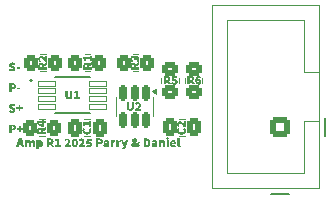
<source format=gto>
%TF.GenerationSoftware,KiCad,Pcbnew,9.0.3*%
%TF.CreationDate,2025-08-17T09:50:08-06:00*%
%TF.ProjectId,Amplifier,416d706c-6966-4696-9572-2e6b69636164,rev?*%
%TF.SameCoordinates,Original*%
%TF.FileFunction,Legend,Top*%
%TF.FilePolarity,Positive*%
%FSLAX46Y46*%
G04 Gerber Fmt 4.6, Leading zero omitted, Abs format (unit mm)*
G04 Created by KiCad (PCBNEW 9.0.3) date 2025-08-17 09:50:08*
%MOMM*%
%LPD*%
G01*
G04 APERTURE LIST*
G04 Aperture macros list*
%AMRoundRect*
0 Rectangle with rounded corners*
0 $1 Rounding radius*
0 $2 $3 $4 $5 $6 $7 $8 $9 X,Y pos of 4 corners*
0 Add a 4 corners polygon primitive as box body*
4,1,4,$2,$3,$4,$5,$6,$7,$8,$9,$2,$3,0*
0 Add four circle primitives for the rounded corners*
1,1,$1+$1,$2,$3*
1,1,$1+$1,$4,$5*
1,1,$1+$1,$6,$7*
1,1,$1+$1,$8,$9*
0 Add four rect primitives between the rounded corners*
20,1,$1+$1,$2,$3,$4,$5,0*
20,1,$1+$1,$4,$5,$6,$7,0*
20,1,$1+$1,$6,$7,$8,$9,0*
20,1,$1+$1,$8,$9,$2,$3,0*%
%AMOutline4P*
0 Free polygon, 4 corners , with rotation*
0 The origin of the aperture is its center*
0 number of corners: always 4*
0 $1 to $8 corner X, Y*
0 $9 Rotation angle, in degrees counterclockwise*
0 create outline with 4 corners*
4,1,4,$1,$2,$3,$4,$5,$6,$7,$8,$1,$2,$9*%
G04 Aperture macros list end*
%ADD10C,0.150000*%
%ADD11C,0.120000*%
%ADD12C,0.200000*%
%ADD13C,0.127000*%
%ADD14RoundRect,0.250000X-0.337500X-0.475000X0.337500X-0.475000X0.337500X0.475000X-0.337500X0.475000X0*%
%ADD15RoundRect,0.250000X0.600000X0.600000X-0.600000X0.600000X-0.600000X-0.600000X0.600000X-0.600000X0*%
%ADD16C,1.700000*%
%ADD17RoundRect,0.072500X-0.712500X-0.217500X0.712500X-0.217500X0.712500X0.217500X-0.712500X0.217500X0*%
%ADD18RoundRect,0.250000X0.450000X-0.350000X0.450000X0.350000X-0.450000X0.350000X-0.450000X-0.350000X0*%
%ADD19Outline4P,-1.000000X-0.500000X1.000000X-0.500000X1.000000X0.500000X-1.000000X0.500000X180.000000*%
%ADD20RoundRect,0.250000X0.350000X0.450000X-0.350000X0.450000X-0.350000X-0.450000X0.350000X-0.450000X0*%
%ADD21RoundRect,0.250000X-0.450000X0.350000X-0.450000X-0.350000X0.450000X-0.350000X0.450000X0.350000X0*%
%ADD22RoundRect,0.150000X-0.150000X0.512500X-0.150000X-0.512500X0.150000X-0.512500X0.150000X0.512500X0*%
%ADD23RoundRect,0.250000X-0.350000X-0.450000X0.350000X-0.450000X0.350000X0.450000X-0.350000X0.450000X0*%
%ADD24RoundRect,0.250000X0.337500X0.475000X-0.337500X0.475000X-0.337500X-0.475000X0.337500X-0.475000X0*%
G04 APERTURE END LIST*
D10*
G36*
X133317000Y-119132000D02*
G01*
X133113301Y-119132000D01*
X133077495Y-118977540D01*
X132873796Y-118977540D01*
X132837942Y-119132000D01*
X132640984Y-119132000D01*
X132733361Y-118828699D01*
X132908479Y-118828699D01*
X133042764Y-118828699D01*
X133030454Y-118778336D01*
X133003587Y-118664177D01*
X132976720Y-118547771D01*
X132972275Y-118547771D01*
X132947069Y-118664763D01*
X132920789Y-118778336D01*
X132908479Y-118828699D01*
X132733361Y-118828699D01*
X132862561Y-118404498D01*
X133095374Y-118404498D01*
X133317000Y-119132000D01*
G37*
G36*
X133370489Y-118572390D02*
G01*
X133527195Y-118572390D01*
X133540628Y-118640681D01*
X133545074Y-118640681D01*
X133580017Y-118610091D01*
X133617272Y-118583577D01*
X133644033Y-118570278D01*
X133675583Y-118561918D01*
X133712966Y-118558957D01*
X133750419Y-118561755D01*
X133781568Y-118569588D01*
X133807537Y-118581916D01*
X133830530Y-118599189D01*
X133850443Y-118621176D01*
X133867425Y-118648496D01*
X133903641Y-118614817D01*
X133942408Y-118585824D01*
X133970395Y-118571189D01*
X134002536Y-118562128D01*
X134039763Y-118558957D01*
X134084760Y-118563281D01*
X134121023Y-118575337D01*
X134150388Y-118594482D01*
X134174048Y-118621092D01*
X134196679Y-118664501D01*
X134211288Y-118718986D01*
X134216595Y-118787275D01*
X134216595Y-119132000D01*
X134024131Y-119132000D01*
X134024131Y-118811895D01*
X134019939Y-118763050D01*
X134010698Y-118740283D01*
X133994091Y-118727159D01*
X133968151Y-118722355D01*
X133945729Y-118726297D01*
X133920067Y-118739439D01*
X133889798Y-118764903D01*
X133889798Y-119132000D01*
X133697286Y-119132000D01*
X133697286Y-118811895D01*
X133693094Y-118763050D01*
X133683852Y-118740283D01*
X133667252Y-118727157D01*
X133641354Y-118722355D01*
X133618902Y-118726301D01*
X133593238Y-118739445D01*
X133563001Y-118764903D01*
X133563001Y-119132000D01*
X133370489Y-119132000D01*
X133370489Y-118572390D01*
G37*
G36*
X134716278Y-118564111D02*
G01*
X134758325Y-118579131D01*
X134795534Y-118603335D01*
X134827153Y-118636187D01*
X134851925Y-118676151D01*
X134870824Y-118725726D01*
X134881979Y-118780143D01*
X134885918Y-118843256D01*
X134880763Y-118913470D01*
X134866330Y-118971972D01*
X134842994Y-119024526D01*
X134814257Y-119066542D01*
X134779078Y-119100814D01*
X134739861Y-119125307D01*
X134696989Y-119140448D01*
X134653106Y-119145433D01*
X134609085Y-119139422D01*
X134567720Y-119121258D01*
X134527760Y-119089452D01*
X134534501Y-119174547D01*
X134534501Y-119329006D01*
X134341989Y-119329006D01*
X134341989Y-118755963D01*
X134534501Y-118755963D01*
X134534501Y-118961860D01*
X134551987Y-118975292D01*
X134569184Y-118983158D01*
X134606113Y-118988727D01*
X134627034Y-118985402D01*
X134646182Y-118975336D01*
X134664292Y-118957415D01*
X134676625Y-118934827D01*
X134685460Y-118899212D01*
X134688960Y-118845503D01*
X134686229Y-118799130D01*
X134679236Y-118767161D01*
X134669372Y-118745900D01*
X134654233Y-118729176D01*
X134635084Y-118719191D01*
X134610607Y-118715663D01*
X134589148Y-118717973D01*
X134570845Y-118724602D01*
X134554072Y-118736072D01*
X134534501Y-118755963D01*
X134341989Y-118755963D01*
X134341989Y-118572390D01*
X134498695Y-118572390D01*
X134512129Y-118623877D01*
X134516574Y-118623877D01*
X134549862Y-118597590D01*
X134587111Y-118576884D01*
X134627186Y-118563424D01*
X134668786Y-118558957D01*
X134716278Y-118564111D01*
G37*
G36*
X135563389Y-118407341D02*
G01*
X135617328Y-118415684D01*
X135667872Y-118431086D01*
X135710237Y-118453737D01*
X135745692Y-118484945D01*
X135773496Y-118525935D01*
X135786046Y-118557030D01*
X135794102Y-118594480D01*
X135796993Y-118639557D01*
X135793109Y-118690967D01*
X135782230Y-118733730D01*
X135765094Y-118769397D01*
X135741381Y-118801233D01*
X135712983Y-118827960D01*
X135679463Y-118849948D01*
X135837293Y-119132000D01*
X135622408Y-119132000D01*
X135497062Y-118888001D01*
X135423203Y-118888001D01*
X135423203Y-119132000D01*
X135230691Y-119132000D01*
X135230691Y-118735789D01*
X135423203Y-118735789D01*
X135492568Y-118735789D01*
X135538361Y-118731082D01*
X135569931Y-118718744D01*
X135591174Y-118700104D01*
X135604220Y-118674522D01*
X135608974Y-118639557D01*
X135605227Y-118609795D01*
X135595186Y-118588961D01*
X135579323Y-118574637D01*
X135558692Y-118565372D01*
X135530482Y-118559082D01*
X135492568Y-118556710D01*
X135423203Y-118556710D01*
X135423203Y-118735789D01*
X135230691Y-118735789D01*
X135230691Y-118404498D01*
X135506002Y-118404498D01*
X135563389Y-118407341D01*
G37*
G36*
X135928933Y-118977540D02*
G01*
X136081145Y-118977540D01*
X136081145Y-118610443D01*
X135946860Y-118610443D01*
X135946860Y-118491790D01*
X136004876Y-118478084D01*
X136049784Y-118463849D01*
X136091503Y-118445786D01*
X136132631Y-118422425D01*
X136273657Y-118422425D01*
X136273657Y-118977540D01*
X136401249Y-118977540D01*
X136401249Y-119132000D01*
X135928933Y-119132000D01*
X135928933Y-118977540D01*
G37*
G36*
X136723064Y-119022334D02*
G01*
X136840007Y-118912621D01*
X136934578Y-118815803D01*
X136971606Y-118770123D01*
X136997788Y-118729634D01*
X137015396Y-118688736D01*
X137020747Y-118652990D01*
X137017672Y-118621792D01*
X137009400Y-118598767D01*
X136996665Y-118581916D01*
X136979401Y-118569395D01*
X136958656Y-118561683D01*
X136933455Y-118558957D01*
X136899576Y-118564188D01*
X136870196Y-118579669D01*
X136817048Y-118626124D01*
X136714124Y-118523151D01*
X136768933Y-118472251D01*
X136796682Y-118452263D01*
X136825450Y-118436445D01*
X136855843Y-118424290D01*
X136888123Y-118415733D01*
X136921987Y-118410743D01*
X136960321Y-118408992D01*
X137012517Y-118413315D01*
X137058800Y-118425796D01*
X137100860Y-118446138D01*
X137136030Y-118472788D01*
X137164704Y-118505982D01*
X137186392Y-118546110D01*
X137199704Y-118590869D01*
X137204320Y-118641804D01*
X137199839Y-118684089D01*
X137185855Y-118728510D01*
X137164997Y-118772087D01*
X137138277Y-118816389D01*
X137107544Y-118859201D01*
X137072771Y-118901434D01*
X137000621Y-118979787D01*
X137061633Y-118973632D01*
X137119274Y-118970848D01*
X137237879Y-118970848D01*
X137237879Y-119132000D01*
X136723064Y-119132000D01*
X136723064Y-119022334D01*
G37*
G36*
X137645452Y-118414843D02*
G01*
X137695981Y-118431951D01*
X137726661Y-118449581D01*
X137754556Y-118472368D01*
X137779903Y-118500778D01*
X137800953Y-118532685D01*
X137819115Y-118570460D01*
X137834173Y-118614937D01*
X137848150Y-118686234D01*
X137853224Y-118773842D01*
X137848171Y-118861589D01*
X137834173Y-118933919D01*
X137819120Y-118979137D01*
X137800957Y-119017665D01*
X137779903Y-119050325D01*
X137754535Y-119079493D01*
X137726634Y-119103026D01*
X137695981Y-119121399D01*
X137662813Y-119134648D01*
X137627346Y-119142690D01*
X137589100Y-119145433D01*
X137550142Y-119142666D01*
X137514499Y-119134602D01*
X137481633Y-119121399D01*
X137451348Y-119103062D01*
X137423620Y-119079536D01*
X137398249Y-119050325D01*
X137377218Y-119017670D01*
X137359055Y-118979142D01*
X137343978Y-118933919D01*
X137330016Y-118861591D01*
X137324976Y-118773842D01*
X137506302Y-118773842D01*
X137508179Y-118841026D01*
X137512994Y-118888050D01*
X137521429Y-118929102D01*
X137530921Y-118956291D01*
X137543868Y-118977822D01*
X137557202Y-118989313D01*
X137572813Y-118995631D01*
X137589100Y-118997715D01*
X137605422Y-118995629D01*
X137620998Y-118989313D01*
X137634372Y-118977816D01*
X137647328Y-118956291D01*
X137656809Y-118929101D01*
X137665206Y-118888050D01*
X137670056Y-118841027D01*
X137671947Y-118773842D01*
X137670045Y-118706843D01*
X137665206Y-118660806D01*
X137656792Y-118620850D01*
X137647328Y-118594763D01*
X137634385Y-118574443D01*
X137620998Y-118563988D01*
X137605482Y-118558531D01*
X137589100Y-118556710D01*
X137572753Y-118558528D01*
X137557202Y-118563988D01*
X137543855Y-118574437D01*
X137530921Y-118594763D01*
X137521446Y-118620850D01*
X137512994Y-118660806D01*
X137508190Y-118706844D01*
X137506302Y-118773842D01*
X137324976Y-118773842D01*
X137330027Y-118686162D01*
X137343978Y-118614351D01*
X137359104Y-118569517D01*
X137377273Y-118531770D01*
X137398249Y-118500192D01*
X137423563Y-118472104D01*
X137451284Y-118449507D01*
X137481633Y-118431951D01*
X137531883Y-118414882D01*
X137589100Y-118408992D01*
X137645452Y-118414843D01*
G37*
G36*
X137931382Y-119022334D02*
G01*
X138048325Y-118912621D01*
X138142896Y-118815803D01*
X138179924Y-118770123D01*
X138206106Y-118729634D01*
X138223714Y-118688736D01*
X138229065Y-118652990D01*
X138225990Y-118621792D01*
X138217718Y-118598767D01*
X138204983Y-118581916D01*
X138187719Y-118569395D01*
X138166974Y-118561683D01*
X138141773Y-118558957D01*
X138107895Y-118564188D01*
X138078514Y-118579669D01*
X138025367Y-118626124D01*
X137922443Y-118523151D01*
X137977251Y-118472251D01*
X138005000Y-118452263D01*
X138033769Y-118436445D01*
X138064161Y-118424290D01*
X138096441Y-118415733D01*
X138130305Y-118410743D01*
X138168639Y-118408992D01*
X138220835Y-118413315D01*
X138267118Y-118425796D01*
X138309179Y-118446138D01*
X138344348Y-118472788D01*
X138373022Y-118505982D01*
X138394711Y-118546110D01*
X138408023Y-118590869D01*
X138412638Y-118641804D01*
X138408157Y-118684089D01*
X138394173Y-118728510D01*
X138373315Y-118772087D01*
X138346595Y-118816389D01*
X138315862Y-118859201D01*
X138281089Y-118901434D01*
X138208940Y-118979787D01*
X138269951Y-118973632D01*
X138327593Y-118970848D01*
X138446197Y-118970848D01*
X138446197Y-119132000D01*
X137931382Y-119132000D01*
X137931382Y-119022334D01*
G37*
G36*
X138777293Y-119145433D02*
G01*
X138719626Y-119142000D01*
X138669824Y-119132279D01*
X138626741Y-119116905D01*
X138567649Y-119084048D01*
X138519861Y-119044707D01*
X138604906Y-118923807D01*
X138638523Y-118950618D01*
X138673196Y-118971972D01*
X138710002Y-118986263D01*
X138748179Y-118990974D01*
X138781076Y-118988148D01*
X138806450Y-118980455D01*
X138825946Y-118968601D01*
X138840669Y-118951814D01*
X138849984Y-118929300D01*
X138853399Y-118899187D01*
X138850086Y-118869805D01*
X138840987Y-118847441D01*
X138826532Y-118830408D01*
X138807455Y-118817931D01*
X138784644Y-118810190D01*
X138757118Y-118807450D01*
X138731375Y-118809110D01*
X138709540Y-118814142D01*
X138686630Y-118824254D01*
X138658639Y-118841009D01*
X138575841Y-118787275D01*
X138593720Y-118422425D01*
X139014550Y-118422425D01*
X139014550Y-118583577D01*
X138759365Y-118583577D01*
X138750426Y-118686549D01*
X138784522Y-118677610D01*
X138817593Y-118675363D01*
X138862624Y-118678764D01*
X138904885Y-118688796D01*
X138944019Y-118705721D01*
X138977621Y-118729096D01*
X139005470Y-118759210D01*
X139027446Y-118797387D01*
X139041044Y-118841113D01*
X139045911Y-118894742D01*
X139040269Y-118951861D01*
X139024076Y-119001085D01*
X138998251Y-119044593D01*
X138965311Y-119079976D01*
X138925720Y-119107940D01*
X138879679Y-119128678D01*
X138830024Y-119141200D01*
X138777293Y-119145433D01*
G37*
G36*
X139728331Y-118407495D02*
G01*
X139782938Y-118416270D01*
X139833925Y-118432476D01*
X139876923Y-118456570D01*
X139912929Y-118489315D01*
X139941256Y-118531553D01*
X139954169Y-118563406D01*
X139962402Y-118601249D01*
X139965339Y-118646249D01*
X139962447Y-118690509D01*
X139954253Y-118728620D01*
X139941256Y-118761532D01*
X139912926Y-118805606D01*
X139876923Y-118840471D01*
X139834018Y-118867110D01*
X139784062Y-118886340D01*
X139730608Y-118897622D01*
X139674348Y-118901434D01*
X139596043Y-118901434D01*
X139596043Y-119132000D01*
X139403531Y-119132000D01*
X139403531Y-118749222D01*
X139596043Y-118749222D01*
X139665408Y-118749222D01*
X139702555Y-118745765D01*
X139729935Y-118736500D01*
X139749916Y-118722355D01*
X139764681Y-118702811D01*
X139773967Y-118677963D01*
X139777321Y-118646249D01*
X139773512Y-118614967D01*
X139763260Y-118592633D01*
X139747083Y-118576884D01*
X139725953Y-118566339D01*
X139697862Y-118559322D01*
X139660914Y-118556710D01*
X139596043Y-118556710D01*
X139596043Y-118749222D01*
X139403531Y-118749222D01*
X139403531Y-118404498D01*
X139669903Y-118404498D01*
X139728331Y-118407495D01*
G37*
G36*
X140330579Y-118563246D02*
G01*
X140376032Y-118575359D01*
X140414604Y-118594639D01*
X140447425Y-118621092D01*
X140472737Y-118653677D01*
X140492101Y-118696131D01*
X140504863Y-118750850D01*
X140509561Y-118820834D01*
X140509561Y-119132000D01*
X140352854Y-119132000D01*
X140339421Y-119078266D01*
X140334927Y-119078266D01*
X140300045Y-119105789D01*
X140263852Y-119126968D01*
X140224758Y-119140708D01*
X140180468Y-119145433D01*
X140142712Y-119141826D01*
X140109979Y-119131462D01*
X140080778Y-119114916D01*
X140056783Y-119093946D01*
X140037721Y-119068619D01*
X140023810Y-119039138D01*
X140015449Y-119007103D01*
X140012624Y-118973046D01*
X140014345Y-118957415D01*
X140196148Y-118957415D01*
X140199285Y-118974855D01*
X140208007Y-118986814D01*
X140223138Y-118994645D01*
X140247635Y-118997715D01*
X140269623Y-118994886D01*
X140286225Y-118987066D01*
X140317048Y-118959662D01*
X140317048Y-118883556D01*
X140270686Y-118892641D01*
X140240434Y-118902970D01*
X140221891Y-118913793D01*
X140202024Y-118935733D01*
X140196148Y-118957415D01*
X140014345Y-118957415D01*
X140017236Y-118931155D01*
X140030532Y-118895124D01*
X140052510Y-118863648D01*
X140084236Y-118835977D01*
X140120119Y-118815637D01*
X140168782Y-118797226D01*
X140233271Y-118781473D01*
X140317048Y-118769397D01*
X140309713Y-118744093D01*
X140295306Y-118726656D01*
X140272744Y-118715445D01*
X140238695Y-118711169D01*
X140208276Y-118713994D01*
X140174899Y-118722942D01*
X140140486Y-118736849D01*
X140097669Y-118758161D01*
X140030503Y-118632816D01*
X140090785Y-118600908D01*
X140150279Y-118578008D01*
X140211793Y-118563767D01*
X140276748Y-118558957D01*
X140330579Y-118563246D01*
G37*
G36*
X140635248Y-118572390D02*
G01*
X140791954Y-118572390D01*
X140805388Y-118668622D01*
X140809833Y-118668622D01*
X140833125Y-118632579D01*
X140857923Y-118605240D01*
X140884278Y-118585286D01*
X140913841Y-118570240D01*
X140941839Y-118561707D01*
X140968786Y-118558957D01*
X141010161Y-118561790D01*
X141038151Y-118570143D01*
X141006839Y-118735789D01*
X140977139Y-118729634D01*
X140944166Y-118726849D01*
X140914260Y-118731697D01*
X140880907Y-118747561D01*
X140861479Y-118763669D01*
X140843726Y-118787444D01*
X140827760Y-118820834D01*
X140827760Y-119132000D01*
X140635248Y-119132000D01*
X140635248Y-118572390D01*
G37*
G36*
X141103413Y-118572390D02*
G01*
X141260119Y-118572390D01*
X141273552Y-118668622D01*
X141277997Y-118668622D01*
X141301290Y-118632579D01*
X141326088Y-118605240D01*
X141352443Y-118585286D01*
X141382006Y-118570240D01*
X141410003Y-118561707D01*
X141436951Y-118558957D01*
X141478325Y-118561790D01*
X141506316Y-118570143D01*
X141475004Y-118735789D01*
X141445304Y-118729634D01*
X141412331Y-118726849D01*
X141382424Y-118731697D01*
X141349072Y-118747561D01*
X141329643Y-118763669D01*
X141311890Y-118787444D01*
X141295925Y-118820834D01*
X141295925Y-119132000D01*
X141103413Y-119132000D01*
X141103413Y-118572390D01*
G37*
G36*
X141654376Y-119342390D02*
G01*
X141606846Y-119339606D01*
X141569330Y-119331204D01*
X141602889Y-119185733D01*
X141620231Y-119190178D01*
X141638744Y-119192425D01*
X141674792Y-119188175D01*
X141697460Y-119177331D01*
X141714224Y-119159823D01*
X141726037Y-119136494D01*
X141732729Y-119111874D01*
X141520091Y-118572390D01*
X141712603Y-118572390D01*
X141779770Y-118787275D01*
X141801019Y-118865091D01*
X141820021Y-118946228D01*
X141824515Y-118946228D01*
X141841856Y-118866752D01*
X141860321Y-118787275D01*
X141916302Y-118572390D01*
X142099826Y-118572390D01*
X141911808Y-119123060D01*
X141888522Y-119177869D01*
X141866476Y-119221539D01*
X141841209Y-119259984D01*
X141813329Y-119289780D01*
X141781019Y-119313126D01*
X141744452Y-119329494D01*
X141704001Y-119338968D01*
X141654376Y-119342390D01*
G37*
G36*
X142713275Y-118396674D02*
G01*
X142759161Y-118412388D01*
X142796699Y-118437519D01*
X142819462Y-118462460D01*
X142835724Y-118491205D01*
X142845782Y-118524508D01*
X142849309Y-118563451D01*
X142846136Y-118598083D01*
X142837000Y-118628371D01*
X142822740Y-118656297D01*
X142804515Y-118682055D01*
X142782985Y-118705555D01*
X142758060Y-118727387D01*
X142703789Y-118766026D01*
X142764215Y-118822544D01*
X142831382Y-118874568D01*
X142855545Y-118839606D01*
X142877251Y-118800709D01*
X142895310Y-118759136D01*
X142909735Y-118713416D01*
X143084320Y-118713416D01*
X143062770Y-118776152D01*
X143036204Y-118836563D01*
X143004246Y-118894662D01*
X142965716Y-118951797D01*
X143031174Y-118978555D01*
X143086567Y-118990974D01*
X143041822Y-119145433D01*
X142993863Y-119134341D01*
X142944955Y-119118566D01*
X142896577Y-119098873D01*
X142847062Y-119074896D01*
X142796764Y-119103854D01*
X142740719Y-119126431D01*
X142680587Y-119140513D01*
X142612003Y-119145433D01*
X142550690Y-119140824D01*
X142501214Y-119128092D01*
X142457464Y-119107320D01*
X142423448Y-119081637D01*
X142396365Y-119050170D01*
X142376993Y-119014470D01*
X142365238Y-118975605D01*
X142361312Y-118934993D01*
X142362105Y-118923807D01*
X142542638Y-118923807D01*
X142545493Y-118945049D01*
X142553779Y-118963064D01*
X142567795Y-118978664D01*
X142585736Y-118990052D01*
X142608267Y-118997295D01*
X142636623Y-118999913D01*
X142669480Y-118995762D01*
X142708284Y-118982034D01*
X142636250Y-118919285D01*
X142576197Y-118855565D01*
X142561967Y-118871838D01*
X142551577Y-118888050D01*
X142544873Y-118905365D01*
X142542638Y-118923807D01*
X142362105Y-118923807D01*
X142363931Y-118898063D01*
X142371375Y-118866166D01*
X142383535Y-118836820D01*
X142399365Y-118811357D01*
X142418638Y-118788448D01*
X142440789Y-118767687D01*
X142490028Y-118732418D01*
X142471035Y-118694074D01*
X142457544Y-118657436D01*
X142449033Y-118620868D01*
X142446358Y-118588071D01*
X142604187Y-118588071D01*
X142608947Y-118622602D01*
X142624313Y-118660806D01*
X142656838Y-118639458D01*
X142681417Y-118618308D01*
X142698162Y-118593467D01*
X142703789Y-118563451D01*
X142700746Y-118541654D01*
X142692799Y-118527786D01*
X142680206Y-118519480D01*
X142661242Y-118516410D01*
X142640408Y-118520766D01*
X142621528Y-118534337D01*
X142608948Y-118555459D01*
X142604187Y-118588071D01*
X142446358Y-118588071D01*
X142450009Y-118549676D01*
X142460914Y-118513088D01*
X142478706Y-118479458D01*
X142502875Y-118450415D01*
X142532766Y-118426437D01*
X142568919Y-118407331D01*
X142609327Y-118395296D01*
X142656797Y-118391064D01*
X142713275Y-118396674D01*
G37*
G36*
X143708573Y-118409724D02*
G01*
X143779533Y-118424672D01*
X143823896Y-118441000D01*
X143863052Y-118462264D01*
X143897600Y-118488468D01*
X143927568Y-118519726D01*
X143953120Y-118556782D01*
X143974292Y-118600381D01*
X143988964Y-118646676D01*
X143998353Y-118701069D01*
X144001696Y-118764903D01*
X143998433Y-118828715D01*
X143989240Y-118883518D01*
X143974829Y-118930548D01*
X143954037Y-118974923D01*
X143928867Y-119012725D01*
X143899309Y-119044707D01*
X143865121Y-119071752D01*
X143826860Y-119093738D01*
X143784027Y-119110750D01*
X143715524Y-119126536D01*
X143639093Y-119132000D01*
X143413022Y-119132000D01*
X143413022Y-118977540D01*
X143605534Y-118977540D01*
X143616720Y-118977540D01*
X143655161Y-118975121D01*
X143690579Y-118968064D01*
X143723041Y-118954957D01*
X143750419Y-118935042D01*
X143772352Y-118908028D01*
X143790182Y-118870122D01*
X143800731Y-118825691D01*
X143804739Y-118764903D01*
X143800706Y-118704253D01*
X143790182Y-118660806D01*
X143772352Y-118624034D01*
X143750419Y-118598133D01*
X143723095Y-118579364D01*
X143690579Y-118567359D01*
X143655197Y-118561106D01*
X143616720Y-118558957D01*
X143605534Y-118558957D01*
X143605534Y-118977540D01*
X143413022Y-118977540D01*
X143413022Y-118404498D01*
X143627907Y-118404498D01*
X143708573Y-118409724D01*
G37*
G36*
X144411975Y-118563246D02*
G01*
X144457427Y-118575359D01*
X144496000Y-118594639D01*
X144528821Y-118621092D01*
X144554133Y-118653677D01*
X144573497Y-118696131D01*
X144586259Y-118750850D01*
X144590956Y-118820834D01*
X144590956Y-119132000D01*
X144434250Y-119132000D01*
X144420817Y-119078266D01*
X144416323Y-119078266D01*
X144381440Y-119105789D01*
X144345248Y-119126968D01*
X144306154Y-119140708D01*
X144261863Y-119145433D01*
X144224108Y-119141826D01*
X144191375Y-119131462D01*
X144162173Y-119114916D01*
X144138179Y-119093946D01*
X144119117Y-119068619D01*
X144105206Y-119039138D01*
X144096845Y-119007103D01*
X144094020Y-118973046D01*
X144095741Y-118957415D01*
X144277544Y-118957415D01*
X144280681Y-118974855D01*
X144289402Y-118986814D01*
X144304533Y-118994645D01*
X144329030Y-118997715D01*
X144351018Y-118994886D01*
X144367621Y-118987066D01*
X144398444Y-118959662D01*
X144398444Y-118883556D01*
X144352082Y-118892641D01*
X144321830Y-118902970D01*
X144303287Y-118913793D01*
X144283420Y-118935733D01*
X144277544Y-118957415D01*
X144095741Y-118957415D01*
X144098632Y-118931155D01*
X144111927Y-118895124D01*
X144133905Y-118863648D01*
X144165632Y-118835977D01*
X144201514Y-118815637D01*
X144250178Y-118797226D01*
X144314667Y-118781473D01*
X144398444Y-118769397D01*
X144391109Y-118744093D01*
X144376702Y-118726656D01*
X144354140Y-118715445D01*
X144320091Y-118711169D01*
X144289671Y-118713994D01*
X144256295Y-118722942D01*
X144221881Y-118736849D01*
X144179065Y-118758161D01*
X144111898Y-118632816D01*
X144172181Y-118600908D01*
X144231675Y-118578008D01*
X144293189Y-118563767D01*
X144358144Y-118558957D01*
X144411975Y-118563246D01*
G37*
G36*
X144716644Y-118572390D02*
G01*
X144873350Y-118572390D01*
X144886783Y-118639557D01*
X144891228Y-118639557D01*
X144926955Y-118609370D01*
X144967921Y-118583039D01*
X144997507Y-118569893D01*
X145030652Y-118561776D01*
X145068060Y-118558957D01*
X145113067Y-118563299D01*
X145149114Y-118575374D01*
X145178106Y-118594513D01*
X145201270Y-118621092D01*
X145223273Y-118664418D01*
X145237513Y-118718904D01*
X145242694Y-118787275D01*
X145242694Y-119132000D01*
X145050182Y-119132000D01*
X145050182Y-118811895D01*
X145045990Y-118763050D01*
X145036748Y-118740283D01*
X145020141Y-118727159D01*
X144994201Y-118722355D01*
X144968885Y-118725326D01*
X144949407Y-118733542D01*
X144909156Y-118764903D01*
X144909156Y-119132000D01*
X144716644Y-119132000D01*
X144716644Y-118572390D01*
G37*
G36*
X145368479Y-118572390D02*
G01*
X145560991Y-118572390D01*
X145560991Y-119132000D01*
X145368479Y-119132000D01*
X145368479Y-118572390D01*
G37*
G36*
X145464711Y-118502976D02*
G01*
X145434400Y-118499811D01*
X145409005Y-118490808D01*
X145387481Y-118476159D01*
X145370740Y-118456553D01*
X145360753Y-118433756D01*
X145357293Y-118406745D01*
X145360754Y-118379736D01*
X145370742Y-118356955D01*
X145387481Y-118337380D01*
X145409008Y-118322702D01*
X145434403Y-118313683D01*
X145464711Y-118310513D01*
X145495050Y-118313686D01*
X145520442Y-118322706D01*
X145541940Y-118337380D01*
X145558709Y-118356959D01*
X145568712Y-118379739D01*
X145572177Y-118406745D01*
X145568713Y-118433752D01*
X145558711Y-118456550D01*
X145541940Y-118476159D01*
X145520446Y-118490804D01*
X145495053Y-118499809D01*
X145464711Y-118502976D01*
G37*
G36*
X145988949Y-118564548D02*
G01*
X146037411Y-118580255D01*
X146079671Y-118605634D01*
X146113517Y-118638434D01*
X146139758Y-118678041D01*
X146158849Y-118724602D01*
X146170129Y-118774994D01*
X146173992Y-118829822D01*
X146171159Y-118877938D01*
X146166127Y-118910374D01*
X145847195Y-118910374D01*
X145859244Y-118941939D01*
X145875307Y-118964655D01*
X145895311Y-118980325D01*
X145932226Y-118994811D01*
X145976986Y-118999913D01*
X146005727Y-118997817D01*
X146033503Y-118991560D01*
X146060947Y-118981359D01*
X146091145Y-118966354D01*
X146153817Y-119080513D01*
X146105734Y-119108826D01*
X146052554Y-119129215D01*
X145997905Y-119141589D01*
X145950119Y-119145433D01*
X145890163Y-119140425D01*
X145835960Y-119125845D01*
X145786650Y-119101643D01*
X145744759Y-119068789D01*
X145710569Y-119027491D01*
X145683748Y-118976466D01*
X145671568Y-118939267D01*
X145664001Y-118898046D01*
X145661375Y-118852195D01*
X145664060Y-118807128D01*
X145668275Y-118785028D01*
X145844948Y-118785028D01*
X146010593Y-118785028D01*
X146006413Y-118754300D01*
X145994327Y-118728559D01*
X145981554Y-118715886D01*
X145962427Y-118707619D01*
X145934487Y-118704477D01*
X145903903Y-118709307D01*
X145877921Y-118723528D01*
X145864292Y-118737810D01*
X145853202Y-118757803D01*
X145844948Y-118785028D01*
X145668275Y-118785028D01*
X145671814Y-118766472D01*
X145684334Y-118729634D01*
X145711285Y-118678861D01*
X145744759Y-118637310D01*
X145785051Y-118603653D01*
X145830391Y-118579131D01*
X145879430Y-118563984D01*
X145929993Y-118558957D01*
X145988949Y-118564548D01*
G37*
G36*
X146451354Y-119145433D02*
G01*
X146404551Y-119141355D01*
X146369093Y-119130339D01*
X146339120Y-119111854D01*
X146315946Y-119087254D01*
X146298992Y-119057174D01*
X146287418Y-119020674D01*
X146281212Y-118980894D01*
X146279016Y-118934993D01*
X146279016Y-118353011D01*
X146471528Y-118353011D01*
X146471528Y-118941734D01*
X146474700Y-118967883D01*
X146482129Y-118980911D01*
X146493146Y-118988702D01*
X146502840Y-118990974D01*
X146512366Y-118990974D01*
X146523015Y-118988727D01*
X146545388Y-119129752D01*
X146506748Y-119140939D01*
X146451354Y-119145433D01*
G37*
G36*
X146995433Y-117733740D02*
G01*
X146989662Y-117801865D01*
X146972523Y-117866412D01*
X146954536Y-117906949D01*
X146931463Y-117943753D01*
X146903109Y-117977201D01*
X146870217Y-118006195D01*
X146831646Y-118031377D01*
X146786703Y-118052721D01*
X146739274Y-118067845D01*
X146685320Y-118077368D01*
X146623842Y-118080711D01*
X146563187Y-118077270D01*
X146509211Y-118067401D01*
X146461030Y-118051597D01*
X146415311Y-118029556D01*
X146375590Y-118003631D01*
X146341253Y-117973830D01*
X146311257Y-117939647D01*
X146286520Y-117902444D01*
X146266808Y-117861918D01*
X146252519Y-117819118D01*
X146243947Y-117775032D01*
X146241064Y-117729295D01*
X146244392Y-117681452D01*
X146254017Y-117638420D01*
X146269641Y-117599455D01*
X146301428Y-117545986D01*
X146337345Y-117503175D01*
X146460443Y-117603900D01*
X146438811Y-117631534D01*
X146421853Y-117659343D01*
X146410623Y-117689427D01*
X146406710Y-117724800D01*
X146410359Y-117756313D01*
X146421267Y-117785812D01*
X146438704Y-117812427D01*
X146462690Y-117836175D01*
X146491906Y-117855355D01*
X146528734Y-117870858D01*
X146569436Y-117880347D01*
X146617150Y-117883705D01*
X146669419Y-117880542D01*
X146712106Y-117871801D01*
X146746840Y-117858341D01*
X146774979Y-117840620D01*
X146799181Y-117817093D01*
X146816045Y-117790768D01*
X146826257Y-117761063D01*
X146829787Y-117727047D01*
X146825036Y-117686332D01*
X146811323Y-117651479D01*
X146790817Y-117620556D01*
X146767115Y-117594961D01*
X146887966Y-117494235D01*
X146921187Y-117527565D01*
X146947894Y-117563476D01*
X146968566Y-117602239D01*
X146983402Y-117643646D01*
X146992384Y-117687325D01*
X146995433Y-117733740D01*
G37*
G36*
X146872334Y-117433907D02*
G01*
X146762621Y-117316964D01*
X146665803Y-117222393D01*
X146620123Y-117185365D01*
X146579634Y-117159183D01*
X146538736Y-117141575D01*
X146502990Y-117136224D01*
X146471792Y-117139299D01*
X146448767Y-117147571D01*
X146431916Y-117160306D01*
X146419395Y-117177570D01*
X146411683Y-117198315D01*
X146408957Y-117223516D01*
X146414188Y-117257395D01*
X146429669Y-117286775D01*
X146476124Y-117339923D01*
X146373151Y-117442847D01*
X146322251Y-117388038D01*
X146302263Y-117360289D01*
X146286445Y-117331521D01*
X146274290Y-117301128D01*
X146265733Y-117268848D01*
X146260743Y-117234984D01*
X146258992Y-117196650D01*
X146263315Y-117144454D01*
X146275796Y-117098171D01*
X146296138Y-117056111D01*
X146322788Y-117020941D01*
X146355982Y-116992267D01*
X146396110Y-116970579D01*
X146440869Y-116957266D01*
X146491804Y-116952651D01*
X146534089Y-116957132D01*
X146578510Y-116971116D01*
X146622087Y-116991974D01*
X146666389Y-117018694D01*
X146709201Y-117049427D01*
X146751434Y-117084200D01*
X146829787Y-117156350D01*
X146823632Y-117095338D01*
X146820848Y-117037696D01*
X146820848Y-116919092D01*
X146982000Y-116919092D01*
X146982000Y-117433907D01*
X146872334Y-117433907D01*
G37*
G36*
X137099875Y-115095433D02*
G01*
X137037604Y-115091323D01*
X136985122Y-115079783D01*
X136940846Y-115061651D01*
X136903482Y-115037273D01*
X136872094Y-115006480D01*
X136847487Y-114970856D01*
X136827172Y-114927075D01*
X136811550Y-114873649D01*
X136801372Y-114808818D01*
X136797698Y-114730583D01*
X136797698Y-114354498D01*
X136990210Y-114354498D01*
X136990210Y-114752956D01*
X136993942Y-114818153D01*
X137003382Y-114861937D01*
X137016490Y-114890073D01*
X137036897Y-114911727D01*
X137063951Y-114924997D01*
X137099875Y-114929787D01*
X137135874Y-114925022D01*
X137163339Y-114911761D01*
X137184383Y-114890073D01*
X137198083Y-114861846D01*
X137207908Y-114818056D01*
X137211787Y-114752956D01*
X137211787Y-114354498D01*
X137397607Y-114354498D01*
X137397607Y-114730583D01*
X137394002Y-114808925D01*
X137384020Y-114873807D01*
X137368715Y-114927226D01*
X137348843Y-114970951D01*
X137324822Y-115006480D01*
X137294071Y-115037269D01*
X137257323Y-115061636D01*
X137213634Y-115079766D01*
X137161689Y-115091316D01*
X137099875Y-115095433D01*
G37*
G36*
X137548109Y-114927540D02*
G01*
X137700321Y-114927540D01*
X137700321Y-114560443D01*
X137566037Y-114560443D01*
X137566037Y-114441790D01*
X137624053Y-114428084D01*
X137668961Y-114413849D01*
X137710680Y-114395786D01*
X137751808Y-114372425D01*
X137892834Y-114372425D01*
X137892834Y-114927540D01*
X138020426Y-114927540D01*
X138020426Y-115082000D01*
X137548109Y-115082000D01*
X137548109Y-114927540D01*
G37*
G36*
X145458727Y-113107341D02*
G01*
X145512666Y-113115684D01*
X145563211Y-113131086D01*
X145605576Y-113153737D01*
X145641031Y-113184945D01*
X145668835Y-113225935D01*
X145681385Y-113257030D01*
X145689441Y-113294480D01*
X145692331Y-113339557D01*
X145688447Y-113390967D01*
X145677568Y-113433730D01*
X145660433Y-113469397D01*
X145636719Y-113501233D01*
X145608322Y-113527960D01*
X145574801Y-113549948D01*
X145732631Y-113832000D01*
X145517746Y-113832000D01*
X145392401Y-113588001D01*
X145318542Y-113588001D01*
X145318542Y-113832000D01*
X145126030Y-113832000D01*
X145126030Y-113435789D01*
X145318542Y-113435789D01*
X145387907Y-113435789D01*
X145433700Y-113431082D01*
X145465269Y-113418744D01*
X145486512Y-113400104D01*
X145499559Y-113374522D01*
X145504313Y-113339557D01*
X145500565Y-113309795D01*
X145490525Y-113288961D01*
X145474662Y-113274637D01*
X145454030Y-113265372D01*
X145425820Y-113259082D01*
X145387907Y-113256710D01*
X145318542Y-113256710D01*
X145318542Y-113435789D01*
X145126030Y-113435789D01*
X145126030Y-113104498D01*
X145401340Y-113104498D01*
X145458727Y-113107341D01*
G37*
G36*
X146032464Y-113845433D02*
G01*
X145974797Y-113842000D01*
X145924995Y-113832279D01*
X145881912Y-113816905D01*
X145822820Y-113784048D01*
X145775032Y-113744707D01*
X145860077Y-113623807D01*
X145893694Y-113650618D01*
X145928367Y-113671972D01*
X145965173Y-113686263D01*
X146003350Y-113690974D01*
X146036247Y-113688148D01*
X146061621Y-113680455D01*
X146081117Y-113668601D01*
X146095840Y-113651814D01*
X146105155Y-113629300D01*
X146108570Y-113599187D01*
X146105257Y-113569805D01*
X146096158Y-113547441D01*
X146081703Y-113530408D01*
X146062626Y-113517931D01*
X146039815Y-113510190D01*
X146012289Y-113507450D01*
X145986546Y-113509110D01*
X145964711Y-113514142D01*
X145941801Y-113524254D01*
X145913811Y-113541009D01*
X145831012Y-113487275D01*
X145848891Y-113122425D01*
X146269721Y-113122425D01*
X146269721Y-113283577D01*
X146014536Y-113283577D01*
X146005597Y-113386549D01*
X146039693Y-113377610D01*
X146072764Y-113375363D01*
X146117795Y-113378764D01*
X146160056Y-113388796D01*
X146199191Y-113405721D01*
X146232792Y-113429096D01*
X146260641Y-113459210D01*
X146282617Y-113497387D01*
X146296215Y-113541113D01*
X146301082Y-113594742D01*
X146295440Y-113651861D01*
X146279247Y-113701085D01*
X146253422Y-113744593D01*
X146220482Y-113779976D01*
X146180891Y-113807940D01*
X146134850Y-113828678D01*
X146085195Y-113841200D01*
X146032464Y-113845433D01*
G37*
G36*
X132286165Y-112720433D02*
G01*
X132216743Y-112714313D01*
X132143429Y-112695276D01*
X132096303Y-112675391D01*
X132052208Y-112649188D01*
X132010806Y-112616337D01*
X132120519Y-112484299D01*
X132161272Y-112512725D01*
X132204979Y-112535199D01*
X132250151Y-112550139D01*
X132290610Y-112554787D01*
X132330799Y-112550859D01*
X132353869Y-112541354D01*
X132368513Y-112525216D01*
X132373457Y-112503301D01*
X132371693Y-112490732D01*
X132366716Y-112480928D01*
X132347128Y-112464124D01*
X132316353Y-112449030D01*
X132274930Y-112432812D01*
X132184316Y-112394759D01*
X132155911Y-112381795D01*
X132128335Y-112365060D01*
X132103111Y-112344893D01*
X132081294Y-112321438D01*
X132063387Y-112294660D01*
X132049396Y-112263796D01*
X132040695Y-112230197D01*
X132037672Y-112192136D01*
X132042743Y-112146512D01*
X132057798Y-112104306D01*
X132081758Y-112066140D01*
X132113778Y-112032694D01*
X132152484Y-112005445D01*
X132199361Y-111983992D01*
X132250802Y-111970673D01*
X132308538Y-111966064D01*
X132370935Y-111971823D01*
X132435544Y-111989609D01*
X132476727Y-112008160D01*
X132514864Y-112032659D01*
X132550289Y-112063468D01*
X132454009Y-112184320D01*
X132416831Y-112161136D01*
X132382934Y-112145143D01*
X132347719Y-112135147D01*
X132308538Y-112131710D01*
X132275121Y-112135133D01*
X132252557Y-112144020D01*
X132237522Y-112159300D01*
X132232431Y-112180949D01*
X132235432Y-112196415D01*
X132244464Y-112209443D01*
X132260959Y-112220712D01*
X132339849Y-112253734D01*
X132428265Y-112288416D01*
X132471644Y-112309478D01*
X132506302Y-112334485D01*
X132533485Y-112363399D01*
X132553428Y-112397262D01*
X132565953Y-112438094D01*
X132570415Y-112487621D01*
X132565669Y-112532614D01*
X132551364Y-112576085D01*
X132528145Y-112615758D01*
X132495969Y-112650482D01*
X132456365Y-112678705D01*
X132407016Y-112701431D01*
X132352019Y-112715440D01*
X132286165Y-112720433D01*
G37*
G36*
X132677637Y-112355583D02*
G01*
X132959689Y-112355583D01*
X132959689Y-112489868D01*
X132677637Y-112489868D01*
X132677637Y-112355583D01*
G37*
G36*
X132380400Y-117232495D02*
G01*
X132435006Y-117241270D01*
X132485993Y-117257476D01*
X132528991Y-117281570D01*
X132564997Y-117314315D01*
X132593325Y-117356553D01*
X132606238Y-117388406D01*
X132614471Y-117426249D01*
X132617407Y-117471249D01*
X132614516Y-117515509D01*
X132606322Y-117553620D01*
X132593325Y-117586532D01*
X132564995Y-117630606D01*
X132528991Y-117665471D01*
X132486087Y-117692110D01*
X132436130Y-117711340D01*
X132382677Y-117722622D01*
X132326416Y-117726434D01*
X132248112Y-117726434D01*
X132248112Y-117957000D01*
X132055600Y-117957000D01*
X132055600Y-117574222D01*
X132248112Y-117574222D01*
X132317477Y-117574222D01*
X132354623Y-117570765D01*
X132382003Y-117561500D01*
X132401985Y-117547355D01*
X132416749Y-117527811D01*
X132426035Y-117502963D01*
X132429389Y-117471249D01*
X132425581Y-117439967D01*
X132415328Y-117417633D01*
X132399152Y-117401884D01*
X132378021Y-117391339D01*
X132349930Y-117384322D01*
X132312983Y-117381710D01*
X132248112Y-117381710D01*
X132248112Y-117574222D01*
X132055600Y-117574222D01*
X132055600Y-117229498D01*
X132321971Y-117229498D01*
X132380400Y-117232495D01*
G37*
G36*
X132888565Y-117654822D02*
G01*
X132693806Y-117654822D01*
X132693806Y-117520489D01*
X132888565Y-117520489D01*
X132888565Y-117319037D01*
X133027344Y-117319037D01*
X133027344Y-117520489D01*
X133222055Y-117520489D01*
X133222055Y-117654822D01*
X133027344Y-117654822D01*
X133027344Y-117856274D01*
X132888565Y-117856274D01*
X132888565Y-117654822D01*
G37*
G36*
X132286165Y-116220433D02*
G01*
X132216743Y-116214313D01*
X132143429Y-116195276D01*
X132096303Y-116175391D01*
X132052208Y-116149188D01*
X132010806Y-116116337D01*
X132120519Y-115984299D01*
X132161272Y-116012725D01*
X132204979Y-116035199D01*
X132250151Y-116050139D01*
X132290610Y-116054787D01*
X132330799Y-116050859D01*
X132353869Y-116041354D01*
X132368513Y-116025216D01*
X132373457Y-116003301D01*
X132371693Y-115990732D01*
X132366716Y-115980928D01*
X132347128Y-115964124D01*
X132316353Y-115949030D01*
X132274930Y-115932812D01*
X132184316Y-115894759D01*
X132155911Y-115881795D01*
X132128335Y-115865060D01*
X132103111Y-115844893D01*
X132081294Y-115821438D01*
X132063387Y-115794660D01*
X132049396Y-115763796D01*
X132040695Y-115730197D01*
X132037672Y-115692136D01*
X132042743Y-115646512D01*
X132057798Y-115604306D01*
X132081758Y-115566140D01*
X132113778Y-115532694D01*
X132152484Y-115505445D01*
X132199361Y-115483992D01*
X132250802Y-115470673D01*
X132308538Y-115466064D01*
X132370935Y-115471823D01*
X132435544Y-115489609D01*
X132476727Y-115508160D01*
X132514864Y-115532659D01*
X132550289Y-115563468D01*
X132454009Y-115684320D01*
X132416831Y-115661136D01*
X132382934Y-115645143D01*
X132347719Y-115635147D01*
X132308538Y-115631710D01*
X132275121Y-115635133D01*
X132252557Y-115644020D01*
X132237522Y-115659300D01*
X132232431Y-115680949D01*
X132235432Y-115696415D01*
X132244464Y-115709443D01*
X132260959Y-115720712D01*
X132339849Y-115753734D01*
X132428265Y-115788416D01*
X132471644Y-115809478D01*
X132506302Y-115834485D01*
X132533485Y-115863399D01*
X132553428Y-115897262D01*
X132565953Y-115938094D01*
X132570415Y-115987621D01*
X132565669Y-116032614D01*
X132551364Y-116076085D01*
X132528145Y-116115758D01*
X132495969Y-116150482D01*
X132456365Y-116178705D01*
X132407016Y-116201431D01*
X132352019Y-116215440D01*
X132286165Y-116220433D01*
G37*
G36*
X132839326Y-115904822D02*
G01*
X132644567Y-115904822D01*
X132644567Y-115770489D01*
X132839326Y-115770489D01*
X132839326Y-115569037D01*
X132978105Y-115569037D01*
X132978105Y-115770489D01*
X133172815Y-115770489D01*
X133172815Y-115904822D01*
X132978105Y-115904822D01*
X132978105Y-116106274D01*
X132839326Y-116106274D01*
X132839326Y-115904822D01*
G37*
G36*
X132380400Y-113732495D02*
G01*
X132435006Y-113741270D01*
X132485993Y-113757476D01*
X132528991Y-113781570D01*
X132564997Y-113814315D01*
X132593325Y-113856553D01*
X132606238Y-113888406D01*
X132614471Y-113926249D01*
X132617407Y-113971249D01*
X132614516Y-114015509D01*
X132606322Y-114053620D01*
X132593325Y-114086532D01*
X132564995Y-114130606D01*
X132528991Y-114165471D01*
X132486087Y-114192110D01*
X132436130Y-114211340D01*
X132382677Y-114222622D01*
X132326416Y-114226434D01*
X132248112Y-114226434D01*
X132248112Y-114457000D01*
X132055600Y-114457000D01*
X132055600Y-114074222D01*
X132248112Y-114074222D01*
X132317477Y-114074222D01*
X132354623Y-114070765D01*
X132382003Y-114061500D01*
X132401985Y-114047355D01*
X132416749Y-114027811D01*
X132426035Y-114002963D01*
X132429389Y-113971249D01*
X132425581Y-113939967D01*
X132415328Y-113917633D01*
X132399152Y-113901884D01*
X132378021Y-113891339D01*
X132349930Y-113884322D01*
X132312983Y-113881710D01*
X132248112Y-113881710D01*
X132248112Y-114074222D01*
X132055600Y-114074222D01*
X132055600Y-113729498D01*
X132321971Y-113729498D01*
X132380400Y-113732495D01*
G37*
G36*
X132682327Y-114105583D02*
G01*
X132964378Y-114105583D01*
X132964378Y-114239868D01*
X132682327Y-114239868D01*
X132682327Y-114105583D01*
G37*
G36*
X143032000Y-112182253D02*
G01*
X142788001Y-112307598D01*
X142788001Y-112381457D01*
X143032000Y-112381457D01*
X143032000Y-112573969D01*
X142304498Y-112573969D01*
X142304498Y-112312092D01*
X142456710Y-112312092D01*
X142456710Y-112381457D01*
X142635789Y-112381457D01*
X142635789Y-112312092D01*
X142631082Y-112266299D01*
X142618744Y-112234730D01*
X142600104Y-112213487D01*
X142574522Y-112200440D01*
X142539557Y-112195686D01*
X142509795Y-112199434D01*
X142488961Y-112209474D01*
X142474637Y-112225337D01*
X142465372Y-112245969D01*
X142459082Y-112274179D01*
X142456710Y-112312092D01*
X142304498Y-112312092D01*
X142304498Y-112298659D01*
X142307341Y-112241272D01*
X142315684Y-112187333D01*
X142331086Y-112136788D01*
X142353737Y-112094423D01*
X142384945Y-112058968D01*
X142425935Y-112031164D01*
X142457030Y-112018614D01*
X142494480Y-112010558D01*
X142539557Y-112007668D01*
X142590967Y-112011552D01*
X142633730Y-112022431D01*
X142669397Y-112039566D01*
X142701233Y-112063280D01*
X142727960Y-112091677D01*
X142749948Y-112125198D01*
X143032000Y-111967368D01*
X143032000Y-112182253D01*
G37*
G36*
X143045433Y-111674276D02*
G01*
X143042181Y-111732036D01*
X143033004Y-111781633D01*
X143018566Y-111824242D01*
X142998021Y-111864190D01*
X142973424Y-111898305D01*
X142944707Y-111927214D01*
X142823807Y-111839922D01*
X142851279Y-111805935D01*
X142872509Y-111769971D01*
X142886464Y-111731883D01*
X142890974Y-111694402D01*
X142886376Y-111650384D01*
X142874219Y-111619419D01*
X142861074Y-111603807D01*
X142844635Y-111594637D01*
X142823807Y-111591429D01*
X142804425Y-111593185D01*
X142788001Y-111598170D01*
X142773893Y-111607526D01*
X142761134Y-111623914D01*
X142751877Y-111645197D01*
X142744379Y-111677647D01*
X142740337Y-111714977D01*
X142738762Y-111768261D01*
X142604477Y-111768261D01*
X142602924Y-111725387D01*
X142598859Y-111693865D01*
X142591592Y-111665950D01*
X142582642Y-111646286D01*
X142570615Y-111630625D01*
X142557436Y-111621080D01*
X142542091Y-111615692D01*
X142523877Y-111613802D01*
X142495111Y-111618560D01*
X142475885Y-111631501D01*
X142463661Y-111653276D01*
X142458957Y-111687710D01*
X142462711Y-111722062D01*
X142473514Y-111751506D01*
X142490712Y-111779466D01*
X142517136Y-111813055D01*
X142400778Y-111909287D01*
X142361532Y-111855067D01*
X142333074Y-111800745D01*
X142319820Y-111762766D01*
X142311746Y-111722242D01*
X142308992Y-111678722D01*
X142312678Y-111619570D01*
X142323034Y-111569523D01*
X142339286Y-111527159D01*
X142361064Y-111491290D01*
X142389661Y-111460835D01*
X142423163Y-111439291D01*
X142462541Y-111426009D01*
X142509320Y-111421339D01*
X142547880Y-111425776D01*
X142581604Y-111438685D01*
X142611652Y-111460276D01*
X142638658Y-111491818D01*
X142662655Y-111535498D01*
X142667150Y-111535498D01*
X142682750Y-111496929D01*
X142703077Y-111464347D01*
X142728161Y-111436970D01*
X142758128Y-111416237D01*
X142793956Y-111403439D01*
X142837240Y-111398917D01*
X142885335Y-111404691D01*
X142926242Y-111421339D01*
X142961767Y-111447374D01*
X142991699Y-111481227D01*
X143014902Y-111521254D01*
X143032000Y-111569057D01*
X143042033Y-111620219D01*
X143045433Y-111674276D01*
G37*
G36*
X147458727Y-113107341D02*
G01*
X147512666Y-113115684D01*
X147563211Y-113131086D01*
X147605576Y-113153737D01*
X147641031Y-113184945D01*
X147668835Y-113225935D01*
X147681385Y-113257030D01*
X147689441Y-113294480D01*
X147692331Y-113339557D01*
X147688447Y-113390967D01*
X147677568Y-113433730D01*
X147660433Y-113469397D01*
X147636719Y-113501233D01*
X147608322Y-113527960D01*
X147574801Y-113549948D01*
X147732631Y-113832000D01*
X147517746Y-113832000D01*
X147392401Y-113588001D01*
X147318542Y-113588001D01*
X147318542Y-113832000D01*
X147126030Y-113832000D01*
X147126030Y-113435789D01*
X147318542Y-113435789D01*
X147387907Y-113435789D01*
X147433700Y-113431082D01*
X147465269Y-113418744D01*
X147486512Y-113400104D01*
X147499559Y-113374522D01*
X147504313Y-113339557D01*
X147500565Y-113309795D01*
X147490525Y-113288961D01*
X147474662Y-113274637D01*
X147454030Y-113265372D01*
X147425820Y-113259082D01*
X147387907Y-113256710D01*
X147318542Y-113256710D01*
X147318542Y-113435789D01*
X147126030Y-113435789D01*
X147126030Y-113104498D01*
X147401340Y-113104498D01*
X147458727Y-113107341D01*
G37*
G36*
X148136369Y-113112216D02*
G01*
X148179658Y-113121357D01*
X148217111Y-113135859D01*
X148268279Y-113165705D01*
X148307774Y-113198531D01*
X148207048Y-113312690D01*
X148187751Y-113295261D01*
X148160007Y-113278545D01*
X148129403Y-113267121D01*
X148099630Y-113263451D01*
X148074480Y-113265853D01*
X148050928Y-113272976D01*
X148029745Y-113285527D01*
X148010628Y-113305412D01*
X147995347Y-113330653D01*
X147982101Y-113364763D01*
X147973463Y-113403394D01*
X147968667Y-113454840D01*
X147998856Y-113424602D01*
X148034125Y-113402230D01*
X148069931Y-113388796D01*
X148101829Y-113384302D01*
X148145713Y-113387582D01*
X148186337Y-113397198D01*
X148223559Y-113413707D01*
X148254627Y-113436912D01*
X148279843Y-113466864D01*
X148299910Y-113505203D01*
X148312244Y-113548962D01*
X148316714Y-113603681D01*
X148311626Y-113658649D01*
X148297125Y-113705531D01*
X148273873Y-113747209D01*
X148243978Y-113781637D01*
X148207789Y-113809079D01*
X148165625Y-113829215D01*
X148119801Y-113841323D01*
X148070517Y-113845433D01*
X148019685Y-113840582D01*
X147969205Y-113825845D01*
X147922501Y-113800823D01*
X147880252Y-113763758D01*
X147856613Y-113733787D01*
X147835470Y-113697357D01*
X147816993Y-113653507D01*
X147804176Y-113607715D01*
X147799809Y-113579062D01*
X147973113Y-113579062D01*
X147980355Y-113614189D01*
X147989330Y-113640073D01*
X148000916Y-113662460D01*
X148012289Y-113678127D01*
X148025392Y-113690133D01*
X148038570Y-113697129D01*
X148066023Y-113702160D01*
X148094316Y-113696892D01*
X148119170Y-113680911D01*
X148130897Y-113665000D01*
X148138976Y-113640402D01*
X148142129Y-113603681D01*
X148140269Y-113579268D01*
X148135388Y-113561720D01*
X148127481Y-113546843D01*
X148118046Y-113535977D01*
X148106543Y-113527902D01*
X148092889Y-113522544D01*
X148063776Y-113518636D01*
X148039750Y-113522038D01*
X148015660Y-113532607D01*
X147994160Y-113550250D01*
X147973113Y-113579062D01*
X147799809Y-113579062D01*
X147795914Y-113553504D01*
X147792959Y-113489522D01*
X147795931Y-113425596D01*
X147804345Y-113369981D01*
X147817579Y-113321630D01*
X147836436Y-113275129D01*
X147858118Y-113235890D01*
X147882450Y-113203025D01*
X147911107Y-113173962D01*
X147942174Y-113150588D01*
X147975897Y-113132488D01*
X148030192Y-113114840D01*
X148086197Y-113108992D01*
X148136369Y-113112216D01*
G37*
G36*
X142299875Y-116069433D02*
G01*
X142237604Y-116065323D01*
X142185122Y-116053783D01*
X142140846Y-116035651D01*
X142103482Y-116011273D01*
X142072094Y-115980480D01*
X142047487Y-115944856D01*
X142027172Y-115901075D01*
X142011550Y-115847649D01*
X142001372Y-115782818D01*
X141997698Y-115704583D01*
X141997698Y-115328498D01*
X142190210Y-115328498D01*
X142190210Y-115726956D01*
X142193942Y-115792153D01*
X142203382Y-115835937D01*
X142216490Y-115864073D01*
X142236897Y-115885727D01*
X142263951Y-115898997D01*
X142299875Y-115903787D01*
X142335874Y-115899022D01*
X142363339Y-115885761D01*
X142384383Y-115864073D01*
X142398083Y-115835846D01*
X142407908Y-115792056D01*
X142411787Y-115726956D01*
X142411787Y-115328498D01*
X142597607Y-115328498D01*
X142597607Y-115704583D01*
X142594002Y-115782925D01*
X142584020Y-115847807D01*
X142568715Y-115901226D01*
X142548843Y-115944951D01*
X142524822Y-115980480D01*
X142494071Y-116011269D01*
X142457323Y-116035636D01*
X142413634Y-116053766D01*
X142361689Y-116065316D01*
X142299875Y-116069433D01*
G37*
G36*
X142714550Y-115946334D02*
G01*
X142831494Y-115836621D01*
X142926065Y-115739803D01*
X142963093Y-115694123D01*
X142989275Y-115653634D01*
X143006882Y-115612736D01*
X143012234Y-115576990D01*
X143009158Y-115545792D01*
X143000886Y-115522767D01*
X142988151Y-115505916D01*
X142970888Y-115493395D01*
X142950142Y-115485683D01*
X142924941Y-115482957D01*
X142891063Y-115488188D01*
X142861682Y-115503669D01*
X142808535Y-115550124D01*
X142705611Y-115447151D01*
X142760419Y-115396251D01*
X142788169Y-115376263D01*
X142816937Y-115360445D01*
X142847330Y-115348290D01*
X142879610Y-115339733D01*
X142913474Y-115334743D01*
X142951808Y-115332992D01*
X143004004Y-115337315D01*
X143050287Y-115349796D01*
X143092347Y-115370138D01*
X143127516Y-115396788D01*
X143156191Y-115429982D01*
X143177879Y-115470110D01*
X143191191Y-115514869D01*
X143195806Y-115565804D01*
X143191326Y-115608089D01*
X143177342Y-115652510D01*
X143156483Y-115696087D01*
X143129763Y-115740389D01*
X143099030Y-115783201D01*
X143064257Y-115825434D01*
X142992108Y-115903787D01*
X143053120Y-115897632D01*
X143110761Y-115894848D01*
X143229365Y-115894848D01*
X143229365Y-116056000D01*
X142714550Y-116056000D01*
X142714550Y-115946334D01*
G37*
G36*
X135232000Y-112182253D02*
G01*
X134988001Y-112307598D01*
X134988001Y-112381457D01*
X135232000Y-112381457D01*
X135232000Y-112573969D01*
X134504498Y-112573969D01*
X134504498Y-112312092D01*
X134656710Y-112312092D01*
X134656710Y-112381457D01*
X134835789Y-112381457D01*
X134835789Y-112312092D01*
X134831082Y-112266299D01*
X134818744Y-112234730D01*
X134800104Y-112213487D01*
X134774522Y-112200440D01*
X134739557Y-112195686D01*
X134709795Y-112199434D01*
X134688961Y-112209474D01*
X134674637Y-112225337D01*
X134665372Y-112245969D01*
X134659082Y-112274179D01*
X134656710Y-112312092D01*
X134504498Y-112312092D01*
X134504498Y-112298659D01*
X134507341Y-112241272D01*
X134515684Y-112187333D01*
X134531086Y-112136788D01*
X134553737Y-112094423D01*
X134584945Y-112058968D01*
X134625935Y-112031164D01*
X134657030Y-112018614D01*
X134694480Y-112010558D01*
X134739557Y-112007668D01*
X134790967Y-112011552D01*
X134833730Y-112022431D01*
X134869397Y-112039566D01*
X134901233Y-112063280D01*
X134927960Y-112091677D01*
X134949948Y-112125198D01*
X135232000Y-111967368D01*
X135232000Y-112182253D01*
G37*
G36*
X135122334Y-111909287D02*
G01*
X135012621Y-111792343D01*
X134915803Y-111697773D01*
X134870123Y-111660744D01*
X134829634Y-111634563D01*
X134788736Y-111616955D01*
X134752990Y-111611604D01*
X134721792Y-111614679D01*
X134698767Y-111622951D01*
X134681916Y-111635686D01*
X134669395Y-111652950D01*
X134661683Y-111673695D01*
X134658957Y-111698896D01*
X134664188Y-111732774D01*
X134679669Y-111762155D01*
X134726124Y-111815302D01*
X134623151Y-111918226D01*
X134572251Y-111863418D01*
X134552263Y-111835668D01*
X134536445Y-111806900D01*
X134524290Y-111776508D01*
X134515733Y-111744228D01*
X134510743Y-111710363D01*
X134508992Y-111672029D01*
X134513315Y-111619833D01*
X134525796Y-111573551D01*
X134546138Y-111531490D01*
X134572788Y-111496321D01*
X134605982Y-111467647D01*
X134646110Y-111445958D01*
X134690869Y-111432646D01*
X134741804Y-111428031D01*
X134784089Y-111432512D01*
X134828510Y-111446496D01*
X134872087Y-111467354D01*
X134916389Y-111494074D01*
X134959201Y-111524807D01*
X135001434Y-111559580D01*
X135079787Y-111631729D01*
X135073632Y-111570717D01*
X135070848Y-111513076D01*
X135070848Y-111394472D01*
X135232000Y-111394472D01*
X135232000Y-111909287D01*
X135122334Y-111909287D01*
G37*
G36*
X139032000Y-112182253D02*
G01*
X138788001Y-112307598D01*
X138788001Y-112381457D01*
X139032000Y-112381457D01*
X139032000Y-112573969D01*
X138304498Y-112573969D01*
X138304498Y-112312092D01*
X138456710Y-112312092D01*
X138456710Y-112381457D01*
X138635789Y-112381457D01*
X138635789Y-112312092D01*
X138631082Y-112266299D01*
X138618744Y-112234730D01*
X138600104Y-112213487D01*
X138574522Y-112200440D01*
X138539557Y-112195686D01*
X138509795Y-112199434D01*
X138488961Y-112209474D01*
X138474637Y-112225337D01*
X138465372Y-112245969D01*
X138459082Y-112274179D01*
X138456710Y-112312092D01*
X138304498Y-112312092D01*
X138304498Y-112298659D01*
X138307341Y-112241272D01*
X138315684Y-112187333D01*
X138331086Y-112136788D01*
X138353737Y-112094423D01*
X138384945Y-112058968D01*
X138425935Y-112031164D01*
X138457030Y-112018614D01*
X138494480Y-112010558D01*
X138539557Y-112007668D01*
X138590967Y-112011552D01*
X138633730Y-112022431D01*
X138669397Y-112039566D01*
X138701233Y-112063280D01*
X138727960Y-112091677D01*
X138749948Y-112125198D01*
X139032000Y-111967368D01*
X139032000Y-112182253D01*
G37*
G36*
X138877540Y-111875728D02*
G01*
X138877540Y-111723516D01*
X138510443Y-111723516D01*
X138510443Y-111857800D01*
X138391790Y-111857800D01*
X138378084Y-111799784D01*
X138363849Y-111754877D01*
X138345786Y-111713157D01*
X138322425Y-111672029D01*
X138322425Y-111531004D01*
X138877540Y-111531004D01*
X138877540Y-111403411D01*
X139032000Y-111403411D01*
X139032000Y-111875728D01*
X138877540Y-111875728D01*
G37*
G36*
X138995433Y-117733740D02*
G01*
X138989662Y-117801865D01*
X138972523Y-117866412D01*
X138954536Y-117906949D01*
X138931463Y-117943753D01*
X138903109Y-117977201D01*
X138870217Y-118006195D01*
X138831646Y-118031377D01*
X138786703Y-118052721D01*
X138739274Y-118067845D01*
X138685320Y-118077368D01*
X138623842Y-118080711D01*
X138563187Y-118077270D01*
X138509211Y-118067401D01*
X138461030Y-118051597D01*
X138415311Y-118029556D01*
X138375590Y-118003631D01*
X138341253Y-117973830D01*
X138311257Y-117939647D01*
X138286520Y-117902444D01*
X138266808Y-117861918D01*
X138252519Y-117819118D01*
X138243947Y-117775032D01*
X138241064Y-117729295D01*
X138244392Y-117681452D01*
X138254017Y-117638420D01*
X138269641Y-117599455D01*
X138301428Y-117545986D01*
X138337345Y-117503175D01*
X138460443Y-117603900D01*
X138438811Y-117631534D01*
X138421853Y-117659343D01*
X138410623Y-117689427D01*
X138406710Y-117724800D01*
X138410359Y-117756313D01*
X138421267Y-117785812D01*
X138438704Y-117812427D01*
X138462690Y-117836175D01*
X138491906Y-117855355D01*
X138528734Y-117870858D01*
X138569436Y-117880347D01*
X138617150Y-117883705D01*
X138669419Y-117880542D01*
X138712106Y-117871801D01*
X138746840Y-117858341D01*
X138774979Y-117840620D01*
X138799181Y-117817093D01*
X138816045Y-117790768D01*
X138826257Y-117761063D01*
X138829787Y-117727047D01*
X138825036Y-117686332D01*
X138811323Y-117651479D01*
X138790817Y-117620556D01*
X138767115Y-117594961D01*
X138887966Y-117494235D01*
X138921187Y-117527565D01*
X138947894Y-117563476D01*
X138968566Y-117602239D01*
X138983402Y-117643646D01*
X138992384Y-117687325D01*
X138995433Y-117733740D01*
G37*
G36*
X138827540Y-117400348D02*
G01*
X138827540Y-117248136D01*
X138460443Y-117248136D01*
X138460443Y-117382421D01*
X138341790Y-117382421D01*
X138328084Y-117324405D01*
X138313849Y-117279497D01*
X138295786Y-117237778D01*
X138272425Y-117196650D01*
X138272425Y-117055624D01*
X138827540Y-117055624D01*
X138827540Y-116928031D01*
X138982000Y-116928031D01*
X138982000Y-117400348D01*
X138827540Y-117400348D01*
G37*
G36*
X135132000Y-117682253D02*
G01*
X134888001Y-117807598D01*
X134888001Y-117881457D01*
X135132000Y-117881457D01*
X135132000Y-118073969D01*
X134404498Y-118073969D01*
X134404498Y-117812092D01*
X134556710Y-117812092D01*
X134556710Y-117881457D01*
X134735789Y-117881457D01*
X134735789Y-117812092D01*
X134731082Y-117766299D01*
X134718744Y-117734730D01*
X134700104Y-117713487D01*
X134674522Y-117700440D01*
X134639557Y-117695686D01*
X134609795Y-117699434D01*
X134588961Y-117709474D01*
X134574637Y-117725337D01*
X134565372Y-117745969D01*
X134559082Y-117774179D01*
X134556710Y-117812092D01*
X134404498Y-117812092D01*
X134404498Y-117798659D01*
X134407341Y-117741272D01*
X134415684Y-117687333D01*
X134431086Y-117636788D01*
X134453737Y-117594423D01*
X134484945Y-117558968D01*
X134525935Y-117531164D01*
X134557030Y-117518614D01*
X134594480Y-117510558D01*
X134639557Y-117507668D01*
X134690967Y-117511552D01*
X134733730Y-117522431D01*
X134769397Y-117539566D01*
X134801233Y-117563280D01*
X134827960Y-117591677D01*
X134849948Y-117625198D01*
X135132000Y-117467368D01*
X135132000Y-117682253D01*
G37*
G36*
X134973046Y-116945958D02*
G01*
X135132000Y-116945958D01*
X135132000Y-117125037D01*
X134973046Y-117125037D01*
X134973046Y-117427214D01*
X134838762Y-117427214D01*
X134422425Y-117185463D01*
X134422425Y-117122790D01*
X134579083Y-117122790D01*
X134642928Y-117150780D01*
X134706675Y-117180969D01*
X134827575Y-117245888D01*
X134827575Y-117125037D01*
X134746975Y-117125037D01*
X134707261Y-117124500D01*
X134663053Y-117122790D01*
X134618845Y-117120543D01*
X134579083Y-117118296D01*
X134579083Y-117122790D01*
X134422425Y-117122790D01*
X134422425Y-116945958D01*
X134827575Y-116945958D01*
X134827575Y-116869852D01*
X134973046Y-116869852D01*
X134973046Y-116945958D01*
G37*
D11*
%TO.C,C2*%
X146388748Y-116739000D02*
X146911252Y-116739000D01*
X146388748Y-118209000D02*
X146911252Y-118209000D01*
%TO.C,S1*%
X149170000Y-107110000D02*
X158290000Y-107110000D01*
X149170000Y-122610000D02*
X149170000Y-107110000D01*
X150480000Y-108410000D02*
X156980000Y-108410000D01*
X150480000Y-121310000D02*
X150480000Y-108410000D01*
D12*
X155762000Y-123115000D02*
X154238000Y-123115000D01*
D11*
X156980000Y-108410000D02*
X156980000Y-112810000D01*
X156980000Y-112810000D02*
X156980000Y-112810000D01*
X156980000Y-112810000D02*
X158290000Y-112810000D01*
X156980000Y-116910000D02*
X156980000Y-121310000D01*
X156980000Y-121310000D02*
X150480000Y-121310000D01*
X158290000Y-107110000D02*
X158290000Y-122610000D01*
X158290000Y-116910000D02*
X156980000Y-116910000D01*
X158290000Y-122610000D02*
X149170000Y-122610000D01*
D12*
X158810000Y-116638000D02*
X158810000Y-118162000D01*
D13*
%TO.C,U1*%
X135900000Y-113215000D02*
X138900000Y-113215000D01*
X135900000Y-116285000D02*
X138900000Y-116285000D01*
D12*
X133980000Y-113495000D02*
G75*
G02*
X133780000Y-113495000I-100000J0D01*
G01*
X133780000Y-113495000D02*
G75*
G02*
X133980000Y-113495000I100000J0D01*
G01*
D11*
%TO.C,R5*%
X144915000Y-113727064D02*
X144915000Y-113272936D01*
X146385000Y-113727064D02*
X146385000Y-113272936D01*
%TO.C,R3*%
X142964564Y-111265000D02*
X142510436Y-111265000D01*
X142964564Y-112735000D02*
X142510436Y-112735000D01*
%TO.C,R6*%
X146915000Y-113272936D02*
X146915000Y-113727064D01*
X148385000Y-113272936D02*
X148385000Y-113727064D01*
%TO.C,U2*%
X141090000Y-115724000D02*
X141090000Y-114924000D01*
X141090000Y-115724000D02*
X141090000Y-116524000D01*
X144210000Y-115724000D02*
X144210000Y-114924000D01*
X144210000Y-115724000D02*
X144210000Y-116524000D01*
X144490000Y-114664000D02*
X144160000Y-114424000D01*
X144490000Y-114184000D01*
X144490000Y-114664000D01*
G36*
X144490000Y-114664000D02*
G01*
X144160000Y-114424000D01*
X144490000Y-114184000D01*
X144490000Y-114664000D01*
G37*
%TO.C,R2*%
X134672936Y-111265000D02*
X135127064Y-111265000D01*
X134672936Y-112735000D02*
X135127064Y-112735000D01*
%TO.C,R1*%
X138877064Y-111265000D02*
X138422936Y-111265000D01*
X138877064Y-112735000D02*
X138422936Y-112735000D01*
%TO.C,C1*%
X138911252Y-116765000D02*
X138388748Y-116765000D01*
X138911252Y-118235000D02*
X138388748Y-118235000D01*
%TO.C,R4*%
X135050164Y-116765000D02*
X134596036Y-116765000D01*
X135050164Y-118235000D02*
X134596036Y-118235000D01*
%TD*%
%LPC*%
D14*
%TO.C,C2*%
X145612500Y-117474000D03*
X147687500Y-117474000D03*
%TD*%
D15*
%TO.C,S1*%
X155000000Y-117400000D03*
D16*
X152460000Y-117400000D03*
X155000000Y-114860000D03*
X152460000Y-114860000D03*
X155000000Y-112320000D03*
X152460000Y-112320000D03*
%TD*%
D17*
%TO.C,U1*%
X135250000Y-113775000D03*
X135250000Y-114425000D03*
X135250000Y-115075000D03*
X135250000Y-115725000D03*
X139550000Y-115725000D03*
X139550000Y-115075000D03*
X139550000Y-114425000D03*
X139550000Y-113775000D03*
%TD*%
D18*
%TO.C,R5*%
X145650000Y-114500000D03*
X145650000Y-112500000D03*
%TD*%
D19*
%TO.C,S2*%
X130975000Y-117625000D03*
X130975000Y-115875000D03*
X130975000Y-114125000D03*
X130975000Y-112375000D03*
%TD*%
D20*
%TO.C,R3*%
X143737500Y-112000000D03*
X141737500Y-112000000D03*
%TD*%
D21*
%TO.C,R6*%
X147650000Y-112500000D03*
X147650000Y-114500000D03*
%TD*%
D22*
%TO.C,U2*%
X143600000Y-114586500D03*
X142650000Y-114586500D03*
X141700000Y-114586500D03*
X141700000Y-116861500D03*
X142650000Y-116861500D03*
X143600000Y-116861500D03*
%TD*%
D23*
%TO.C,R2*%
X133900000Y-112000000D03*
X135900000Y-112000000D03*
%TD*%
D20*
%TO.C,R1*%
X139650000Y-112000000D03*
X137650000Y-112000000D03*
%TD*%
D24*
%TO.C,C1*%
X139687500Y-117500000D03*
X137612500Y-117500000D03*
%TD*%
D20*
%TO.C,R4*%
X135823100Y-117500000D03*
X133823100Y-117500000D03*
%TD*%
%LPD*%
M02*

</source>
